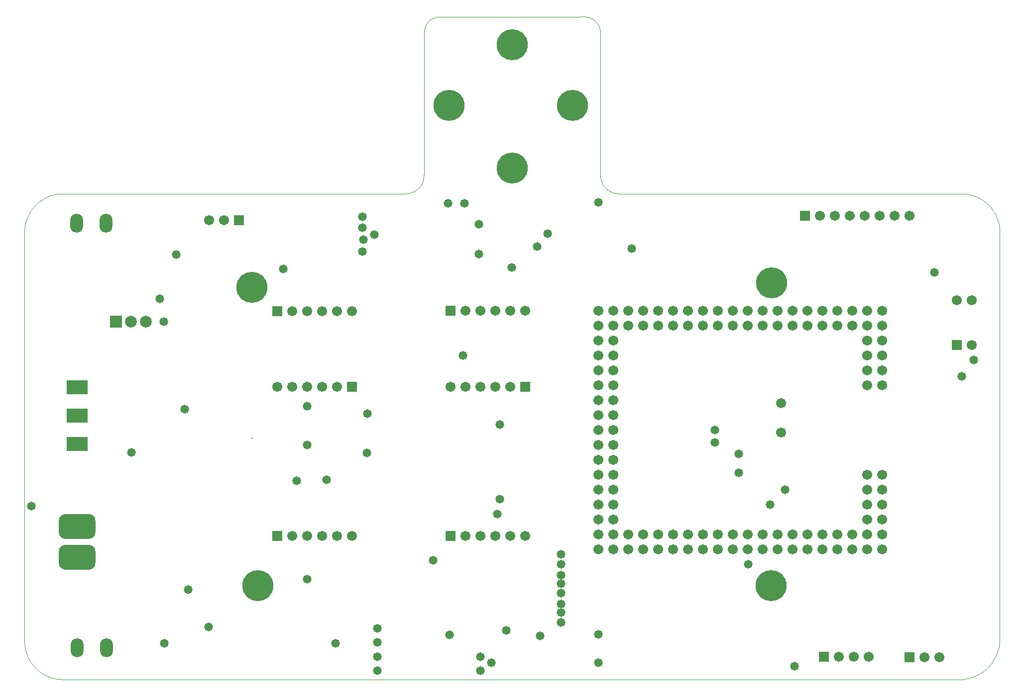
<source format=gbs>
G04*
G04 #@! TF.GenerationSoftware,Altium Limited,Altium Designer,22.0.2 (36)*
G04*
G04 Layer_Color=16711935*
%FSTAX25Y25*%
%MOIN*%
G70*
G04*
G04 #@! TF.SameCoordinates,F14A6DB2-6BAA-43E7-8DF3-1F8C7E56E43F*
G04*
G04*
G04 #@! TF.FilePolarity,Negative*
G04*
G01*
G75*
%ADD10C,0.01000*%
%ADD48C,0.00098*%
%ADD49C,0.00100*%
%ADD98C,0.20800*%
%ADD99C,0.06706*%
%ADD100R,0.06706X0.06706*%
G04:AMPARAMS|DCode=101|XSize=244.22mil|YSize=165.48mil|CornerRadius=43.37mil|HoleSize=0mil|Usage=FLASHONLY|Rotation=0.000|XOffset=0mil|YOffset=0mil|HoleType=Round|Shape=RoundedRectangle|*
%AMROUNDEDRECTD101*
21,1,0.24422,0.07874,0,0,0.0*
21,1,0.15748,0.16548,0,0,0.0*
1,1,0.08674,0.07874,-0.03937*
1,1,0.08674,-0.07874,-0.03937*
1,1,0.08674,-0.07874,0.03937*
1,1,0.08674,0.07874,0.03937*
%
%ADD101ROUNDEDRECTD101*%
%ADD102R,0.14331X0.09213*%
%ADD103O,0.08674X0.12611*%
%ADD104C,0.07887*%
%ADD105R,0.07887X0.07887*%
%ADD106C,0.06706*%
%ADD107R,0.06706X0.06706*%
%ADD108C,0.05800*%
D10*
X063Y17195D02*
Y1719691D01*
D48*
X0863411Y1991625D02*
X0863353Y1992598D01*
X0863207Y1993563D01*
X0862972Y1994509D01*
X086265Y199543D01*
X0862245Y1996317D01*
X086176Y1997163D01*
X0861199Y199796D01*
X0860567Y1998703D01*
X0859869Y1999384D01*
X0859111Y1999997D01*
X08583Y2000538D01*
X0857442Y2001002D01*
X0856545Y2001385D01*
X0855616Y2001683D01*
X0854664Y2001895D01*
X0853697Y2002018D01*
X0852722Y200205D01*
X0755765Y2002011D02*
X0754791Y2001954D01*
X0753827Y2001807D01*
X075288Y2001572D01*
X075196Y200125D01*
X0751072Y2000845D01*
X0750226Y200036D01*
X0749429Y1999799D01*
X0748686Y1999167D01*
X0748005Y1998468D01*
X0747391Y199771D01*
X074685Y1996899D01*
X0746386Y1996041D01*
X0746003Y1995144D01*
X0745705Y1994215D01*
X0745494Y1993263D01*
X0745371Y1992296D01*
X0745338Y1991321D01*
X086342Y189589D02*
X0863459Y1894908D01*
X0863574Y1893933D01*
X0863766Y1892969D01*
X0864032Y1892024D01*
X0864373Y1891102D01*
X0864784Y189021D01*
X0865264Y1889353D01*
X086581Y1888536D01*
X0866418Y1887765D01*
X0867085Y1887043D01*
X0867806Y1886376D01*
X0868577Y1885768D01*
X0869394Y1885222D01*
X0870251Y1884742D01*
X0871143Y1884331D01*
X0872065Y1883991D01*
X087301Y1883725D01*
X0873974Y1883533D01*
X0874949Y1883417D01*
X0875931Y1883379D01*
X0733121D02*
X073414Y1883434D01*
X0735152Y1883574D01*
X0736148Y1883796D01*
X0737122Y18841D01*
X0738068Y1884484D01*
X073898Y1884944D01*
X073985Y1885478D01*
X0740673Y1886082D01*
X0741443Y1886752D01*
X0742155Y1887483D01*
X0742805Y188827D01*
X0743387Y1889109D01*
X0743898Y1889992D01*
X0744335Y1890915D01*
X0744693Y1891871D01*
X0744972Y1892853D01*
X0745168Y1893855D01*
X0745281Y1894869D01*
X074531Y189589D01*
X0745338Y1895918D02*
Y1991321D01*
X0863411Y1895899D02*
Y1991625D01*
X0863411Y1991625D02*
X0863411Y1991625D01*
X0847523Y2002011D02*
X0852722Y200205D01*
X0755765Y2002011D02*
X0847523D01*
X0875931Y1883379D02*
X1105251D01*
X0503479D02*
X0733121D01*
D49*
X0477862Y1583292D02*
X0477882Y1582287D01*
X0477941Y1581285D01*
X047804Y1580285D01*
X0478177Y157929D01*
X0478354Y1578301D01*
X0478569Y157732D01*
X0478823Y1576348D01*
X0479114Y1575387D01*
X0479443Y1574438D01*
X0479809Y1573503D01*
X0480212Y1572583D01*
X048065Y1571679D01*
X0481123Y1570793D01*
X0481631Y1569927D01*
X0482173Y1569081D01*
X0482747Y1568257D01*
X0483353Y1567456D01*
X0483991Y156668D01*
X0484658Y1565929D01*
X0485354Y1565205D01*
X0486078Y1564509D01*
X0486829Y1563842D01*
X0487605Y1563204D01*
X0488406Y1562598D01*
X048923Y1562024D01*
X0490076Y1561482D01*
X0490942Y1560975D01*
X0491828Y1560501D01*
X0492732Y1560063D01*
X0493652Y155966D01*
X0494587Y1559294D01*
X0495536Y1558965D01*
X0496497Y1558673D01*
X0497469Y155842D01*
X049845Y1558205D01*
X0499439Y1558028D01*
X0500434Y1557891D01*
X0501434Y1557792D01*
X0502436Y1557733D01*
X0503441Y1557713D01*
X1130829Y1857801D02*
X1130809Y1858805D01*
X113075Y1859807D01*
X1130652Y1860807D01*
X1130514Y1861802D01*
X1130338Y1862791D01*
X1130122Y1863772D01*
X1129869Y1864744D01*
X1129577Y1865705D01*
X1129248Y1866654D01*
X1128882Y1867589D01*
X112848Y1868509D01*
X1128041Y1869413D01*
X1127568Y1870299D01*
X112706Y1871165D01*
X1126519Y1872011D01*
X1125944Y1872835D01*
X1125338Y1873636D01*
X1124701Y1874412D01*
X1124034Y1875163D01*
X1123337Y1875887D01*
X1122614Y1876583D01*
X1121863Y187725D01*
X1121086Y1877888D01*
X1120285Y1878494D01*
X1119461Y1879068D01*
X1118616Y187961D01*
X1117749Y1880117D01*
X1116863Y1880591D01*
X1115959Y1881029D01*
X1115039Y1881432D01*
X1114104Y1881798D01*
X1113155Y1882127D01*
X1112194Y1882418D01*
X1111222Y1882672D01*
X1110241Y1882887D01*
X1109252Y1883064D01*
X1108257Y1883202D01*
X1107258Y18833D01*
X1106255Y1883359D01*
X1105251Y1883379D01*
X1105917Y1557713D02*
X1106914Y155782D01*
X1107908Y1557964D01*
X1108895Y1558143D01*
X1109875Y1558359D01*
X1110846Y1558611D01*
X1111808Y1558898D01*
X1112758Y155922D01*
X1113696Y1559577D01*
X111462Y1559968D01*
X1115529Y1560393D01*
X1116422Y156085D01*
X1117298Y156134D01*
X1118155Y1561862D01*
X1118992Y1562415D01*
X1119809Y1562999D01*
X1120603Y1563611D01*
X1121375Y1564253D01*
X1122123Y1564923D01*
X1122845Y1565619D01*
X1123542Y1566341D01*
X1124211Y1567089D01*
X1124852Y156786D01*
X1125465Y1568655D01*
X1126049Y1569471D01*
X1126602Y1570309D01*
X1127124Y1571166D01*
X1127614Y1572042D01*
X1128071Y1572935D01*
X1128496Y1573844D01*
X1128887Y1574768D01*
X1129244Y1575706D01*
X1129566Y1576656D01*
X1129853Y1577618D01*
X1130105Y1578589D01*
X1130321Y1579569D01*
X1130501Y1580556D01*
X1130644Y1581549D01*
X1130751Y1582547D01*
X0503441Y188334D02*
X0502436Y188332D01*
X0501434Y1883261D01*
X0500434Y1883163D01*
X0499439Y1883025D01*
X049845Y1882848D01*
X0497469Y1882633D01*
X0496497Y188238D01*
X0495536Y1882088D01*
X0494587Y1881759D01*
X0493652Y1881393D01*
X0492732Y188099D01*
X0491828Y1880552D01*
X0490942Y1880079D01*
X0490076Y1879571D01*
X048923Y1879029D01*
X0488406Y1878455D01*
X0487605Y1877849D01*
X0486829Y1877212D01*
X0486078Y1876544D01*
X0485354Y1875848D01*
X0484658Y1875124D01*
X0483991Y1874373D01*
X0483353Y1873597D01*
X0482747Y1872796D01*
X0482173Y1871972D01*
X0481631Y1871126D01*
X0481123Y187026D01*
X048065Y1869374D01*
X0480212Y186847D01*
X0479809Y186755D01*
X0479443Y1866615D01*
X0479114Y1865666D01*
X0478823Y1864705D01*
X0478569Y1863733D01*
X0478354Y1862752D01*
X0478177Y1861763D01*
X047804Y1860768D01*
X0477941Y1859768D01*
X0477882Y1858766D01*
X0477862Y1857762D01*
X1130751Y1582548D02*
X1130829Y1582626D01*
Y1857801D01*
X0477862Y1583292D02*
Y1857762D01*
X050344Y1557713D02*
X1105917D01*
D98*
X0977844Y1620527D02*
D03*
X0978Y18235D02*
D03*
X0634Y16205D02*
D03*
X063Y1820523D02*
D03*
X080434Y1900696D02*
D03*
X0762151Y1942384D02*
D03*
X080434Y1983323D02*
D03*
X084487Y1942384D02*
D03*
D99*
X0647Y1754D02*
D03*
X0657D02*
D03*
X0667D02*
D03*
X0677D02*
D03*
X0687D02*
D03*
X0697Y1654D02*
D03*
X0687D02*
D03*
X0677D02*
D03*
X0667D02*
D03*
X0657D02*
D03*
X0773D02*
D03*
X0783D02*
D03*
X0793D02*
D03*
X0803D02*
D03*
X0813D02*
D03*
X0803Y1754D02*
D03*
X0793D02*
D03*
X0783D02*
D03*
X0773D02*
D03*
X0763D02*
D03*
X06015Y18655D02*
D03*
X06115D02*
D03*
X0697Y18045D02*
D03*
X0687D02*
D03*
X0677D02*
D03*
X0667D02*
D03*
X0657D02*
D03*
X0773Y1805D02*
D03*
X0783D02*
D03*
X0793D02*
D03*
X0803D02*
D03*
X0813D02*
D03*
X0962Y1655D02*
D03*
X0972Y1645D02*
D03*
X0982Y1655D02*
D03*
X1002Y1645D02*
D03*
X1022D02*
D03*
X1042Y1665D02*
D03*
X1052Y1675D02*
D03*
Y1685D02*
D03*
Y1695D02*
D03*
X1042D02*
D03*
Y1755D02*
D03*
X1052D02*
D03*
X1042Y1765D02*
D03*
X1052D02*
D03*
X1042Y1775D02*
D03*
X1022Y1805D02*
D03*
X1012Y1795D02*
D03*
Y1805D02*
D03*
X0992Y1795D02*
D03*
Y1805D02*
D03*
X0982Y1795D02*
D03*
Y1805D02*
D03*
X0972Y1795D02*
D03*
X0952Y1805D02*
D03*
X0942Y1795D02*
D03*
Y1805D02*
D03*
X0862Y1665D02*
D03*
X0872D02*
D03*
X0862Y1675D02*
D03*
X0872D02*
D03*
X0862Y1685D02*
D03*
X0872D02*
D03*
X0862Y1695D02*
D03*
X0872D02*
D03*
X0862Y1705D02*
D03*
X0872D02*
D03*
X0862Y1715D02*
D03*
X0872D02*
D03*
X0862Y1725D02*
D03*
X0872D02*
D03*
Y1735D02*
D03*
X0862D02*
D03*
Y1745D02*
D03*
X0872D02*
D03*
X0862Y1755D02*
D03*
X0872D02*
D03*
X0862Y1765D02*
D03*
X0872D02*
D03*
X0862Y1775D02*
D03*
X0872D02*
D03*
X0862Y1785D02*
D03*
X0872D02*
D03*
X0862Y1805D02*
D03*
Y1795D02*
D03*
X0872Y1805D02*
D03*
Y1795D02*
D03*
X0882Y1805D02*
D03*
Y1795D02*
D03*
X0892Y1805D02*
D03*
Y1795D02*
D03*
X0902Y1805D02*
D03*
Y1795D02*
D03*
X0912Y1805D02*
D03*
Y1795D02*
D03*
X0922Y1805D02*
D03*
Y1795D02*
D03*
X0932Y1805D02*
D03*
Y1795D02*
D03*
X0952D02*
D03*
X0962Y1805D02*
D03*
Y1795D02*
D03*
X0972Y1805D02*
D03*
X1002D02*
D03*
Y1795D02*
D03*
X1022D02*
D03*
X1032Y1805D02*
D03*
Y1795D02*
D03*
X1042Y1805D02*
D03*
Y1795D02*
D03*
X1052Y1805D02*
D03*
Y1795D02*
D03*
Y1785D02*
D03*
X1042D02*
D03*
X1052Y1775D02*
D03*
X1042Y1685D02*
D03*
Y1675D02*
D03*
X1052Y1665D02*
D03*
Y1655D02*
D03*
Y1645D02*
D03*
X1042Y1655D02*
D03*
Y1645D02*
D03*
X1032Y1655D02*
D03*
Y1645D02*
D03*
X1022Y1655D02*
D03*
X1012D02*
D03*
Y1645D02*
D03*
X1002Y1655D02*
D03*
X0992D02*
D03*
Y1645D02*
D03*
X0982D02*
D03*
X0972Y1655D02*
D03*
X0962Y1645D02*
D03*
X0952Y1655D02*
D03*
Y1645D02*
D03*
X0942Y1655D02*
D03*
Y1645D02*
D03*
X0932Y1655D02*
D03*
Y1645D02*
D03*
X0922Y1655D02*
D03*
Y1645D02*
D03*
X0912Y1655D02*
D03*
Y1645D02*
D03*
X0902Y1655D02*
D03*
Y1645D02*
D03*
X0892Y1655D02*
D03*
Y1645D02*
D03*
X0882Y1655D02*
D03*
Y1645D02*
D03*
X0872Y1655D02*
D03*
Y1645D02*
D03*
X0862Y1655D02*
D03*
Y1645D02*
D03*
X09845Y1742843D02*
D03*
Y1723157D02*
D03*
X10105Y18685D02*
D03*
X10205D02*
D03*
X10305D02*
D03*
X10405D02*
D03*
X10505D02*
D03*
X10605D02*
D03*
X10705D02*
D03*
X1043Y1573D02*
D03*
X1033D02*
D03*
X1023D02*
D03*
X10905Y15725D02*
D03*
X10805D02*
D03*
D100*
X0697Y1754D02*
D03*
X0647Y1654D02*
D03*
X0763D02*
D03*
X0813Y1754D02*
D03*
X06215Y18655D02*
D03*
X0647Y18045D02*
D03*
X0763Y1805D02*
D03*
X10005Y18685D02*
D03*
X1013Y1573D02*
D03*
X10705Y15725D02*
D03*
D101*
X0513Y1660366D02*
D03*
Y16395D02*
D03*
D102*
Y17535D02*
D03*
Y1734602D02*
D03*
Y1715705D02*
D03*
D103*
X0532843Y1579D02*
D03*
X0513157D02*
D03*
X0532343Y18635D02*
D03*
X0512657D02*
D03*
D104*
X0559Y17975D02*
D03*
X0549D02*
D03*
D105*
X0539D02*
D03*
D106*
X1112Y1812D02*
D03*
X1102D02*
D03*
X1112Y1782D02*
D03*
D107*
X1102D02*
D03*
D108*
X09625Y1635D02*
D03*
X0993413Y15665D02*
D03*
X0956Y1709D02*
D03*
X066Y1691D02*
D03*
X0482638Y1674D02*
D03*
X05495Y171D02*
D03*
X05715Y1582D02*
D03*
X0585Y1739D02*
D03*
X05875Y1618D02*
D03*
X0601Y1593D02*
D03*
X0714Y15635D02*
D03*
X0783D02*
D03*
X07905Y1568748D02*
D03*
X0714Y1573D02*
D03*
X0783D02*
D03*
X0686Y1582D02*
D03*
X0714Y15825D02*
D03*
X07625Y15875D02*
D03*
X08005Y15906D02*
D03*
X0714Y1592D02*
D03*
X0667Y1625D02*
D03*
X07515Y16375D02*
D03*
X07945Y16685D02*
D03*
X0796Y16785D02*
D03*
X068Y16915D02*
D03*
X0707Y17095D02*
D03*
X0667Y1715D02*
D03*
X0796Y17285D02*
D03*
X07075Y1736D02*
D03*
X0667Y1741D02*
D03*
X05685Y1813D02*
D03*
X0571Y17975D02*
D03*
X05795Y18425D02*
D03*
X0651Y1833D02*
D03*
X07715Y1775D02*
D03*
X0804Y1834D02*
D03*
X0782Y1843D02*
D03*
X0704Y18445D02*
D03*
X0704804Y18525D02*
D03*
X0712Y1856D02*
D03*
X0704Y18605D02*
D03*
X0782Y18628D02*
D03*
X0704Y1868D02*
D03*
X07725Y1877D02*
D03*
X07615D02*
D03*
X0823Y1587D02*
D03*
X0837Y16083D02*
D03*
Y1596D02*
D03*
Y16025D02*
D03*
Y1627696D02*
D03*
Y1635D02*
D03*
Y1622D02*
D03*
Y16415D02*
D03*
Y16155D02*
D03*
X0862Y1588D02*
D03*
Y1569D02*
D03*
X0977Y1674954D02*
D03*
X0987Y1684993D02*
D03*
X0821Y1848D02*
D03*
X0828Y18565D02*
D03*
X0862Y18775D02*
D03*
X0956032Y1696051D02*
D03*
X094Y17165D02*
D03*
Y1725D02*
D03*
X08845Y18465D02*
D03*
X11055Y1761D02*
D03*
X11135Y1772D02*
D03*
X1087Y18305D02*
D03*
M02*

</source>
